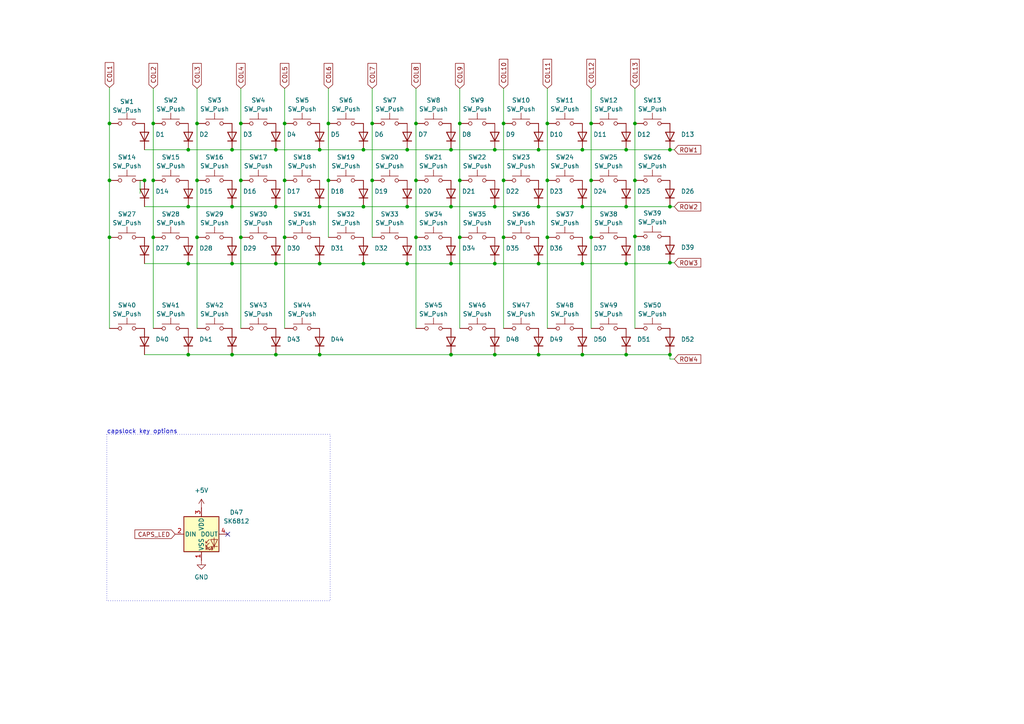
<source format=kicad_sch>
(kicad_sch (version 20231120) (generator "eeschema") (generator_version "8.0")
  (paper "A4")
  (title_block (title "Col-bully2040") (date "2023-06-23") (rev "0.1") (company "ihsinoky") (comment 1 "adding alps and layout options"))
  (lib_symbols
    (symbol "Diode:1N4148W" (pin_numbers hide) (pin_names hide)
      (property "Reference" "D" (at 0 2.54 0))
      (property "Value" "1N4148W" (at 0 -2.54 0))
      (symbol "1N4148W_0_1"
        (polyline (pts (xy -1.27 1.27) (xy -1.27 -1.27)) (stroke (width 0.254)))
        (polyline (pts (xy 1.27 0) (xy -1.27 0)))
        (polyline (pts (xy 1.27 1.27) (xy 1.27 -1.27) (xy -1.27 0) (xy 1.27 1.27)) (stroke (width 0.254)))
      )
      (symbol "1N4148W_1_1"
        (pin passive line (at -3.81 0 0) (length 2.54) (name "K") (number "1"))
        (pin passive line (at 3.81 0 180) (length 2.54) (name "A") (number "2"))
      )
    )
    (symbol "LED:SK6812" (pin_names (offset 0.254))
      (property "Reference" "D" (at 5.08 5.715 0))
      (property "Value" "SK6812" (at 1.27 -5.715 0))
      (symbol "SK6812_0_0"
        (text "RGB" (at 2.286 -4.191 0) (effects (font (size 0.762 0.762))))
      )
      (symbol "SK6812_0_1"
        (polyline (pts (xy 1.27 -3.556) (xy 1.778 -3.556)))
        (polyline (pts (xy 1.27 -2.54) (xy 1.778 -2.54)))
        (polyline (pts (xy 4.699 -3.556) (xy 2.667 -3.556)))
        (polyline (pts (xy 2.286 -2.54) (xy 1.27 -3.556) (xy 1.27 -3.048)))
        (polyline (pts (xy 2.286 -1.524) (xy 1.27 -2.54) (xy 1.27 -2.032)))
        (polyline (pts (xy 3.683 -1.016) (xy 3.683 -3.556) (xy 3.683 -4.064)))
        (polyline (pts (xy 4.699 -1.524) (xy 2.667 -1.524) (xy 3.683 -3.556) (xy 4.699 -1.524)))
        (rectangle (start 5.08 5.08) (end -5.08 -5.08) (stroke (width 0.254)) (fill (type background)))
      )
      (symbol "SK6812_1_1"
        (pin power_in line (at 0 -7.62 90) (length 2.54) (name "VSS") (number "1"))
        (pin input line (at -7.62 0 0) (length 2.54) (name "DIN") (number "2"))
        (pin power_in line (at 0 7.62 270) (length 2.54) (name "VDD") (number "3"))
        (pin output line (at 7.62 0 180) (length 2.54) (name "DOUT") (number "4"))
      )
    )
    (symbol "Switch:SW_Push" (pin_numbers hide) (pin_names (offset 1.016) hide)
      (property "Reference" "SW" (at 1.27 2.54 0))
      (property "Value" "SW_Push" (at 0 -1.524 0))
      (symbol "SW_Push_0_1"
        (circle (center -2.032 0) (radius 0.508))
        (polyline (pts (xy 0 1.27) (xy 0 3.048)))
        (polyline (pts (xy 2.54 1.27) (xy -2.54 1.27)))
        (circle (center 2.032 0) (radius 0.508))
        (pin passive line (at -5.08 0 0) (length 2.54) (name "1") (number "1"))
        (pin passive line (at 5.08 0 180) (length 2.54) (name "2") (number "2"))
      )
    )
    (symbol "power:+5V" (power) (pin_numbers hide) (pin_names (offset 0) hide)
      (property "Value" "+5V" (at 0 3.556 0))
      (symbol "+5V_0_1"
        (polyline (pts (xy -0.762 1.27) (xy 0 2.54)))
        (polyline (pts (xy 0 0) (xy 0 2.54)))
        (polyline (pts (xy 0 2.54) (xy 0.762 1.27)))
      )
      (symbol "+5V_1_1"
        (pin power_in line (at 0 0 90) (length 0) (name "~") (number "1"))
      )
    )
    (symbol "power:GND" (power) (pin_names (offset 0))
      (property "Value" "GND" (at 0 -3.81 0))
      (symbol "GND_0_1"
        (polyline (pts (xy 0 0) (xy 0 -1.27) (xy 1.27 -1.27) (xy 0 -2.54) (xy -1.27 -1.27) (xy 0 -1.27)))
      )
      (symbol "GND_1_1"
        (pin power_in line (at 0 0 270) (length 0) hide (name "GND") (number "1"))
      )
    )
  )
  (junction (at 92.71 76.454))
  (junction (at 118.11 59.944))
  (junction (at 184.15 52.324))
  (junction (at 69.85 68.834))
  (junction (at 194.31 43.434))
  (junction (at 120.65 35.814))
  (junction (at 133.35 52.324))
  (junction (at 168.91 59.944))
  (junction (at 31.75 35.814))
  (junction (at 184.15 35.814))
  (junction (at 133.35 68.834))
  (junction (at 168.91 102.87))
  (junction (at 143.51 43.434))
  (junction (at 194.31 102.87))
  (junction (at 31.75 52.324))
  (junction (at 44.45 52.324))
  (junction (at 44.45 68.834))
  (junction (at 80.01 43.434))
  (junction (at 146.05 68.834))
  (junction (at 143.51 76.454))
  (junction (at 107.95 35.814))
  (junction (at 194.31 59.944))
  (junction (at 120.65 52.324))
  (junction (at 41.91 52.324))
  (junction (at 92.71 102.87))
  (junction (at 67.31 43.434))
  (junction (at 54.61 76.454))
  (junction (at 80.01 102.87))
  (junction (at 92.71 43.434))
  (junction (at 67.31 59.944))
  (junction (at 168.91 76.454))
  (junction (at 156.21 76.454))
  (junction (at 181.61 59.944))
  (junction (at 95.25 52.324))
  (junction (at 82.55 68.834))
  (junction (at 105.41 59.944))
  (junction (at 143.51 102.87))
  (junction (at 171.45 52.324))
  (junction (at 92.71 59.944))
  (junction (at 80.01 59.944))
  (junction (at 57.15 68.834))
  (junction (at 168.91 43.434))
  (junction (at 57.15 35.814))
  (junction (at 57.15 52.324))
  (junction (at 156.21 43.434))
  (junction (at 194.31 76.2))
  (junction (at 95.25 35.814))
  (junction (at 105.41 43.434))
  (junction (at 171.45 68.834))
  (junction (at 54.61 43.434))
  (junction (at 69.85 52.324))
  (junction (at 130.81 102.87))
  (junction (at 67.31 76.454))
  (junction (at 171.45 35.814))
  (junction (at 118.11 76.454))
  (junction (at 54.61 102.87))
  (junction (at 156.21 59.944))
  (junction (at 67.31 102.87))
  (junction (at 143.51 59.944))
  (junction (at 82.55 52.324))
  (junction (at 181.61 76.454))
  (junction (at 82.55 35.814))
  (junction (at 181.61 102.87))
  (junction (at 158.75 35.814))
  (junction (at 107.95 52.324))
  (junction (at 184.15 68.58))
  (junction (at 69.85 35.814))
  (junction (at 105.41 76.454))
  (junction (at 158.75 52.324))
  (junction (at 44.45 35.814))
  (junction (at 130.81 59.944))
  (junction (at 181.61 43.434))
  (junction (at 158.75 68.834))
  (junction (at 146.05 35.814))
  (junction (at 156.21 102.87))
  (junction (at 31.75 68.834))
  (junction (at 54.61 59.944))
  (junction (at 118.11 43.434))
  (junction (at 146.05 52.324))
  (junction (at 133.35 35.814))
  (junction (at 120.65 68.834))
  (junction (at 130.81 43.434))
  (junction (at 80.01 76.454))
  (junction (at 130.81 76.454))
  (no_connect (at 66.04 154.94))
  (wire (pts (xy 156.21 59.944) (xy 168.91 59.944)))
  (wire (pts (xy 95.25 25.654) (xy 95.25 35.814)))
  (wire (pts (xy 95.25 52.324) (xy 95.25 68.834)))
  (wire (pts (xy 54.61 43.434) (xy 67.31 43.434)))
  (wire (pts (xy 31.75 52.324) (xy 31.75 68.834)))
  (wire (pts (xy 133.35 35.814) (xy 133.35 52.324)))
  (wire (pts (xy 156.21 43.434) (xy 168.91 43.434)))
  (wire (pts (xy 41.91 59.944) (xy 54.61 59.944)))
  (wire (pts (xy 156.21 76.454) (xy 168.91 76.454)))
  (wire (pts (xy 184.15 68.58) (xy 184.15 95.25)))
  (wire (pts (xy 80.01 59.944) (xy 92.71 59.944)))
  (wire (pts (xy 171.45 68.834) (xy 171.45 95.25)))
  (wire (pts (xy 194.31 76.2) (xy 194.31 76.454)))
  (wire (pts (xy 120.65 35.814) (xy 120.65 52.324)))
  (wire (pts (xy 40.64 52.324) (xy 41.91 52.324)))
  (wire (pts (xy 130.81 102.87) (xy 143.51 102.87)))
  (wire (pts (xy 120.65 25.654) (xy 120.65 35.814)))
  (wire (pts (xy 133.35 68.834) (xy 133.35 95.25)))
  (wire (pts (xy 146.05 52.324) (xy 146.05 68.834)))
  (wire (pts (xy 130.81 59.944) (xy 143.51 59.944)))
  (wire (pts (xy 181.61 43.434) (xy 194.31 43.434)))
  (wire (pts (xy 158.75 25.654) (xy 158.75 35.814)))
  (wire (pts (xy 158.75 52.324) (xy 158.75 68.834)))
  (wire (pts (xy 31.75 25.4) (xy 31.75 35.814)))
  (wire (pts (xy 143.51 102.87) (xy 156.21 102.87)))
  (wire (pts (xy 181.61 102.87) (xy 194.31 102.87)))
  (wire (pts (xy 146.05 68.834) (xy 146.05 95.25)))
  (wire (pts (xy 31.75 35.814) (xy 31.75 52.324)))
  (wire (pts (xy 171.45 35.814) (xy 171.45 52.324)))
  (wire (pts (xy 146.05 25.654) (xy 146.05 35.814)))
  (wire (pts (xy 105.41 43.434) (xy 118.11 43.434)))
  (wire (pts (xy 67.31 43.434) (xy 80.01 43.434)))
  (wire (pts (xy 143.51 59.944) (xy 156.21 59.944)))
  (wire (pts (xy 120.65 52.324) (xy 120.65 68.834)))
  (wire (pts (xy 69.85 35.814) (xy 69.85 52.324)))
  (wire (pts (xy 31.75 68.834) (xy 31.75 95.25)))
  (wire (pts (xy 69.85 68.834) (xy 69.85 95.25)))
  (wire (pts (xy 92.71 43.434) (xy 105.41 43.434)))
  (wire (pts (xy 57.15 25.654) (xy 57.15 35.814)))
  (wire (pts (xy 158.75 35.814) (xy 158.75 52.324)))
  (wire (pts (xy 143.51 76.454) (xy 156.21 76.454)))
  (wire (pts (xy 168.91 102.87) (xy 181.61 102.87)))
  (wire (pts (xy 107.95 35.814) (xy 107.95 52.324)))
  (wire (pts (xy 44.45 52.324) (xy 44.45 68.834)))
  (wire (pts (xy 194.31 76.2) (xy 195.58 76.2)))
  (wire (pts (xy 194.31 102.87) (xy 194.31 104.14)))
  (wire (pts (xy 158.75 68.834) (xy 158.75 95.25)))
  (wire (pts (xy 195.58 43.434) (xy 194.31 43.434)))
  (wire (pts (xy 118.11 43.434) (xy 130.81 43.434)))
  (wire (pts (xy 118.11 59.944) (xy 130.81 59.944)))
  (wire (pts (xy 171.45 25.654) (xy 171.45 35.814)))
  (wire (pts (xy 54.61 76.454) (xy 67.31 76.454)))
  (wire (pts (xy 118.11 76.454) (xy 130.81 76.454)))
  (wire (pts (xy 146.05 35.814) (xy 146.05 52.324)))
  (wire (pts (xy 67.31 102.87) (xy 80.01 102.87)))
  (wire (pts (xy 194.31 104.14) (xy 195.58 104.14)))
  (wire (pts (xy 54.61 102.87) (xy 67.31 102.87)))
  (wire (pts (xy 82.55 35.814) (xy 82.55 52.324)))
  (wire (pts (xy 57.15 52.324) (xy 57.15 68.834)))
  (wire (pts (xy 107.95 52.324) (xy 107.95 68.834)))
  (wire (pts (xy 130.81 76.454) (xy 143.51 76.454)))
  (wire (pts (xy 194.31 59.944) (xy 195.58 59.944)))
  (wire (pts (xy 41.91 43.434) (xy 54.61 43.434)))
  (wire (pts (xy 41.91 102.87) (xy 54.61 102.87)))
  (wire (pts (xy 184.15 25.654) (xy 184.15 35.814)))
  (wire (pts (xy 120.65 68.834) (xy 120.65 95.25)))
  (wire (pts (xy 130.81 43.434) (xy 143.51 43.434)))
  (wire (pts (xy 156.21 102.87) (xy 168.91 102.87)))
  (wire (pts (xy 57.15 68.834) (xy 57.15 95.25)))
  (wire (pts (xy 133.35 52.324) (xy 133.35 68.834)))
  (wire (pts (xy 67.31 76.454) (xy 80.01 76.454)))
  (wire (pts (xy 44.45 68.834) (xy 44.45 95.25)))
  (wire (pts (xy 80.01 76.454) (xy 92.71 76.454)))
  (wire (pts (xy 82.55 25.654) (xy 82.55 35.814)))
  (wire (pts (xy 82.55 68.834) (xy 82.55 95.25)))
  (wire (pts (xy 44.45 35.814) (xy 44.45 52.324)))
  (wire (pts (xy 80.01 102.87) (xy 92.71 102.87)))
  (wire (pts (xy 54.61 59.944) (xy 67.31 59.944)))
  (wire (pts (xy 184.15 52.324) (xy 184.15 68.58)))
  (wire (pts (xy 41.91 76.454) (xy 54.61 76.454)))
  (wire (pts (xy 67.31 59.944) (xy 80.01 59.944)))
  (wire (pts (xy 143.51 43.434) (xy 156.21 43.434)))
  (wire (pts (xy 168.91 43.434) (xy 181.61 43.434)))
  (wire (pts (xy 92.71 59.944) (xy 105.41 59.944)))
  (wire (pts (xy 133.35 25.654) (xy 133.35 35.814)))
  (wire (pts (xy 105.41 59.944) (xy 118.11 59.944)))
  (wire (pts (xy 105.41 76.454) (xy 118.11 76.454)))
  (wire (pts (xy 168.91 76.454) (xy 181.61 76.454)))
  (wire (pts (xy 80.01 43.434) (xy 92.71 43.434)))
  (wire (pts (xy 92.71 76.454) (xy 105.41 76.454)))
  (wire (pts (xy 40.64 56.134) (xy 40.64 52.324)))
  (wire (pts (xy 184.15 35.814) (xy 184.15 52.324)))
  (wire (pts (xy 95.25 35.814) (xy 95.25 52.324)))
  (wire (pts (xy 69.85 25.654) (xy 69.85 35.814)))
  (wire (pts (xy 107.95 25.654) (xy 107.95 35.814)))
  (wire (pts (xy 181.61 59.944) (xy 194.31 59.944)))
  (wire (pts (xy 44.45 25.654) (xy 44.45 35.814)))
  (wire (pts (xy 194.31 76.454) (xy 181.61 76.454)))
  (wire (pts (xy 69.85 52.324) (xy 69.85 68.834)))
  (wire (pts (xy 57.15 35.814) (xy 57.15 52.324)))
  (wire (pts (xy 92.71 102.87) (xy 130.81 102.87)))
  (wire (pts (xy 171.45 52.324) (xy 171.45 68.834)))
  (wire (pts (xy 82.55 52.324) (xy 82.55 68.834)))
  (wire (pts (xy 168.91 59.944) (xy 181.61 59.944)))
  (rectangle (start 30.988 125.984) (end 95.758 174.244) (stroke (width 0) (type dot)))
  (text "capslock key options" (at 30.988 125.984 0) (effects (font (size 1.27 1.27)) (justify left bottom)))
  (global_label "COL1" (shape input) (at 31.75 25.4 90) (property "Intersheetrefs" "${INTERSHEET_REFS}" (effects (hide yes))))
  (global_label "COL10" (shape input) (at 146.05 25.654 90) (property "Intersheetrefs" "${INTERSHEET_REFS}" (effects (hide yes))))
  (global_label "ROW1" (shape input) (at 195.58 43.434 0) (property "Intersheetrefs" "${INTERSHEET_REFS}" (effects (hide yes))))
  (global_label "COL6" (shape input) (at 95.25 25.654 90) (property "Intersheetrefs" "${INTERSHEET_REFS}" (effects (hide yes))))
  (global_label "ROW4" (shape input) (at 195.58 104.14 0) (property "Intersheetrefs" "${INTERSHEET_REFS}" (effects (hide yes))))
  (global_label "ROW2" (shape input) (at 195.58 59.944 0) (property "Intersheetrefs" "${INTERSHEET_REFS}" (effects (hide yes))))
  (global_label "COL5" (shape input) (at 82.55 25.654 90) (property "Intersheetrefs" "${INTERSHEET_REFS}" (effects (hide yes))))
  (global_label "CAPS_LED" (shape input) (at 50.8 154.94 180) (property "Intersheetrefs" "${INTERSHEET_REFS}" (effects (hide yes))))
  (global_label "COL8" (shape input) (at 120.65 25.654 90) (property "Intersheetrefs" "${INTERSHEET_REFS}" (effects (hide yes))))
  (global_label "COL9" (shape input) (at 133.35 25.654 90) (property "Intersheetrefs" "${INTERSHEET_REFS}" (effects (hide yes))))
  (global_label "COL7" (shape input) (at 107.95 25.654 90) (property "Intersheetrefs" "${INTERSHEET_REFS}" (effects (hide yes))))
  (global_label "COL4" (shape input) (at 69.85 25.654 90) (property "Intersheetrefs" "${INTERSHEET_REFS}" (effects (hide yes))))
  (global_label "COL12" (shape input) (at 171.45 25.654 90) (property "Intersheetrefs" "${INTERSHEET_REFS}" (effects (hide yes))))
  (global_label "COL11" (shape input) (at 158.75 25.654 90) (property "Intersheetrefs" "${INTERSHEET_REFS}" (effects (hide yes))))
  (global_label "COL13" (shape input) (at 184.15 25.654 90) (property "Intersheetrefs" "${INTERSHEET_REFS}" (effects (hide yes))))
  (global_label "ROW3" (shape input) (at 195.58 76.2 0) (property "Intersheetrefs" "${INTERSHEET_REFS}" (effects (hide yes))))
  (global_label "COL2" (shape input) (at 44.45 25.654 90) (property "Intersheetrefs" "${INTERSHEET_REFS}" (effects (hide yes))))
  (global_label "COL3" (shape input) (at 57.15 25.654 90) (property "Intersheetrefs" "${INTERSHEET_REFS}" (effects (hide yes))))
  (symbol (lib_id "Diode:1N4148W") (at 118.11 56.134 90) (unit 1)
    (property "Reference" "D20" (at 121.285 55.499 90) (effects (justify right)))
    (property "Value" "1N4148W" (effects (hide yes)))
    (property "Footprint" "Diode_SMD:D_SOD-123" (effects (hide yes)))
    (property "Datasheet" "https://www.vishay.com/docs/85748/1n4148w.pdf" (effects (hide yes)))
    (property "Sim.Device" "D" (effects (hide yes)))
    (property "Sim.Pins" "1=K 2=A" (effects (hide yes)))
    (property "LCSC" "C81598" (effects (hide yes)))
  )
  (symbol (lib_id "Diode:1N4148W") (at 41.91 99.06 90) (unit 1)
    (property "Reference" "D40" (at 45.085 98.425 90) (effects (justify right)))
    (property "Value" "1N4148W" (effects (hide yes)))
    (property "Footprint" "Diode_SMD:D_SOD-123" (effects (hide yes)))
    (property "Datasheet" "https://www.vishay.com/docs/85748/1n4148w.pdf" (effects (hide yes)))
    (property "Sim.Device" "D" (effects (hide yes)))
    (property "Sim.Pins" "1=K 2=A" (effects (hide yes)))
    (property "LCSC" "C81598" (effects (hide yes)))
  )
  (symbol (lib_id "Diode:1N4148W") (at 130.81 99.06 90) (unit 1)
    (property "Reference" "D45" (effects (hide yes)))
    (property "Value" "1N4148W" (effects (hide yes)))
    (property "Footprint" "Diode_SMD:D_SOD-123" (effects (hide yes)))
    (property "Datasheet" "https://www.vishay.com/docs/85748/1n4148w.pdf" (effects (hide yes)))
    (property "Sim.Device" "D" (effects (hide yes)))
    (property "Sim.Pins" "1=K 2=A" (effects (hide yes)))
    (property "LCSC" "C81598" (effects (hide yes)))
  )
  (symbol (lib_id "Diode:1N4148W") (at 80.01 72.644 90) (unit 1)
    (property "Reference" "D30" (at 83.185 72.009 90) (effects (justify right)))
    (property "Value" "1N4148W" (effects (hide yes)))
    (property "Footprint" "Diode_SMD:D_SOD-123" (effects (hide yes)))
    (property "Datasheet" "https://www.vishay.com/docs/85748/1n4148w.pdf" (effects (hide yes)))
    (property "Sim.Device" "D" (effects (hide yes)))
    (property "Sim.Pins" "1=K 2=A" (effects (hide yes)))
    (property "LCSC" "C81598" (effects (hide yes)))
  )
  (symbol (lib_id "Switch:SW_Push") (at 62.23 35.814 0) (unit 1)
    (property "Reference" "SW3" (at 62.23 29.083 0))
    (property "Value" "SW_Push" (at 62.23 31.623 0))
    (property "Footprint" "colbully:CherryMX_18mm_MidHeight_Choc_Hotswap_rev5" (effects (hide yes)))
  )
  (symbol (lib_id "Diode:1N4148W") (at 156.21 39.624 90) (unit 1)
    (property "Reference" "D10" (at 159.385 38.989 90) (effects (justify right)))
    (property "Value" "1N4148W" (effects (hide yes)))
    (property "Footprint" "Diode_SMD:D_SOD-123" (effects (hide yes)))
    (property "Datasheet" "https://www.vishay.com/docs/85748/1n4148w.pdf" (effects (hide yes)))
    (property "Sim.Device" "D" (effects (hide yes)))
    (property "Sim.Pins" "1=K 2=A" (effects (hide yes)))
    (property "LCSC" "C81598" (effects (hide yes)))
  )
  (symbol (lib_id "Switch:SW_Push") (at 138.43 95.25 0) (unit 1)
    (property "Reference" "SW46" (at 138.43 88.519 0))
    (property "Value" "SW_Push" (at 138.43 91.059 0))
    (property "Footprint" "colbully:CherryMX_18mm_MidHeight_Choc_Hotswap_rev5" (effects (hide yes)))
  )
  (symbol (lib_id "Switch:SW_Push") (at 151.13 68.834 0) (unit 1)
    (property "Reference" "SW36" (at 151.13 62.103 0))
    (property "Value" "SW_Push" (at 151.13 64.643 0))
    (property "Footprint" "colbully:CherryMX_18mm_MidHeight_Choc_Hotswap_rev5" (effects (hide yes)))
  )
  (symbol (lib_id "Diode:1N4148W") (at 181.61 56.134 90) (unit 1)
    (property "Reference" "D25" (at 184.785 55.499 90) (effects (justify right)))
    (property "Value" "1N4148W" (effects (hide yes)))
    (property "Footprint" "Diode_SMD:D_SOD-123" (effects (hide yes)))
    (property "Datasheet" "https://www.vishay.com/docs/85748/1n4148w.pdf" (effects (hide yes)))
    (property "Sim.Device" "D" (effects (hide yes)))
    (property "Sim.Pins" "1=K 2=A" (effects (hide yes)))
    (property "LCSC" "C81598" (effects (hide yes)))
  )
  (symbol (lib_id "Diode:1N4148W") (at 156.21 72.644 90) (unit 1)
    (property "Reference" "D36" (at 159.385 72.009 90) (effects (justify right)))
    (property "Value" "1N4148W" (effects (hide yes)))
    (property "Footprint" "Diode_SMD:D_SOD-123" (effects (hide yes)))
    (property "Datasheet" "https://www.vishay.com/docs/85748/1n4148w.pdf" (effects (hide yes)))
    (property "Sim.Device" "D" (effects (hide yes)))
    (property "Sim.Pins" "1=K 2=A" (effects (hide yes)))
    (property "LCSC" "C81598" (effects (hide yes)))
  )
  (symbol (lib_id "Diode:1N4148W") (at 54.61 99.06 90) (unit 1)
    (property "Reference" "D41" (at 57.785 98.425 90) (effects (justify right)))
    (property "Value" "1N4148W" (effects (hide yes)))
    (property "Footprint" "Diode_SMD:D_SOD-123" (effects (hide yes)))
    (property "Datasheet" "https://www.vishay.com/docs/85748/1n4148w.pdf" (effects (hide yes)))
    (property "Sim.Device" "D" (effects (hide yes)))
    (property "Sim.Pins" "1=K 2=A" (effects (hide yes)))
    (property "LCSC" "C81598" (effects (hide yes)))
  )
  (symbol (lib_id "Diode:1N4148W") (at 105.41 72.644 90) (unit 1)
    (property "Reference" "D32" (at 108.585 72.009 90) (effects (justify right)))
    (property "Value" "1N4148W" (effects (hide yes)))
    (property "Footprint" "Diode_SMD:D_SOD-123" (effects (hide yes)))
    (property "Datasheet" "https://www.vishay.com/docs/85748/1n4148w.pdf" (effects (hide yes)))
    (property "Sim.Device" "D" (effects (hide yes)))
    (property "Sim.Pins" "1=K 2=A" (effects (hide yes)))
    (property "LCSC" "C81598" (effects (hide yes)))
  )
  (symbol (lib_id "Switch:SW_Push") (at 163.83 68.834 0) (unit 1)
    (property "Reference" "SW37" (at 163.83 62.103 0))
    (property "Value" "SW_Push" (at 163.83 64.643 0))
    (property "Footprint" "colbully:CherryMX_18mm_MidHeight_Choc_Hotswap_rev5" (effects (hide yes)))
  )
  (symbol (lib_id "Diode:1N4148W") (at 156.21 99.06 90) (unit 1)
    (property "Reference" "D49" (at 159.385 98.425 90) (effects (justify right)))
    (property "Value" "1N4148W" (effects (hide yes)))
    (property "Footprint" "Diode_SMD:D_SOD-123" (effects (hide yes)))
    (property "Datasheet" "https://www.vishay.com/docs/85748/1n4148w.pdf" (effects (hide yes)))
    (property "Sim.Device" "D" (effects (hide yes)))
    (property "Sim.Pins" "1=K 2=A" (effects (hide yes)))
    (property "LCSC" "C81598" (effects (hide yes)))
  )
  (symbol (lib_id "Switch:SW_Push") (at 189.23 68.58 0) (unit 1)
    (property "Reference" "SW39" (at 189.23 61.849 0))
    (property "Value" "SW_Push" (at 189.23 64.389 0))
    (property "Footprint" "colbully:CherryMX_18mm_MidHeight_Choc_Hotswap_rev5" (effects (hide yes)))
  )
  (symbol (lib_id "Diode:1N4148W") (at 130.81 56.134 90) (unit 1)
    (property "Reference" "D21" (at 133.985 55.499 90) (effects (justify right)))
    (property "Value" "1N4148W" (effects (hide yes)))
    (property "Footprint" "Diode_SMD:D_SOD-123" (effects (hide yes)))
    (property "Datasheet" "https://www.vishay.com/docs/85748/1n4148w.pdf" (effects (hide yes)))
    (property "Sim.Device" "D" (effects (hide yes)))
    (property "Sim.Pins" "1=K 2=A" (effects (hide yes)))
    (property "LCSC" "C81598" (effects (hide yes)))
  )
  (symbol (lib_id "Switch:SW_Push") (at 36.83 35.814 0) (unit 1)
    (property "Reference" "SW1" (at 36.83 29.464 0))
    (property "Value" "SW_Push" (at 36.83 32.004 0))
    (property "Footprint" "colbully:CherryMX_18mm_MidHeight_Choc_Hotswap_rev5" (effects (hide yes)))
  )
  (symbol (lib_id "Switch:SW_Push") (at 49.53 95.25 0) (unit 1)
    (property "Reference" "SW41" (at 49.53 88.519 0))
    (property "Value" "SW_Push" (at 49.53 91.059 0))
    (property "Footprint" "colbully:CherryMX_18mm_MidHeight_Choc_Hotswap_rev5" (effects (hide yes)))
  )
  (symbol (lib_id "Diode:1N4148W") (at 67.31 99.06 90) (unit 1)
    (property "Reference" "D42" (effects (hide yes)))
    (property "Value" "1N4148W" (effects (hide yes)))
    (property "Footprint" "Diode_SMD:D_SOD-123" (effects (hide yes)))
    (property "Datasheet" "https://www.vishay.com/docs/85748/1n4148w.pdf" (effects (hide yes)))
    (property "Sim.Device" "D" (effects (hide yes)))
    (property "Sim.Pins" "1=K 2=A" (effects (hide yes)))
    (property "LCSC" "C81598" (effects (hide yes)))
  )
  (symbol (lib_id "Switch:SW_Push") (at 36.83 52.324 0) (unit 1)
    (property "Reference" "SW14" (at 36.83 45.593 0))
    (property "Value" "SW_Push" (at 36.83 48.133 0))
    (property "Footprint" "colbully:CherryMX_18mm_MidHeight_Choc_Hotswap_rev5" (effects (hide yes)))
  )
  (symbol (lib_id "Switch:SW_Push") (at 74.93 68.834 0) (unit 1)
    (property "Reference" "SW30" (at 74.93 62.103 0))
    (property "Value" "SW_Push" (at 74.93 64.643 0))
    (property "Footprint" "colbully:CherryMX_18mm_MidHeight_Choc_Hotswap_rev5" (effects (hide yes)))
  )
  (symbol (lib_id "Diode:1N4148W") (at 41.91 56.134 90) (unit 1)
    (property "Reference" "D14" (at 45.085 55.499 90) (effects (justify right)))
    (property "Value" "1N4148W" (effects (hide yes)))
    (property "Footprint" "Diode_SMD:D_SOD-123" (effects (hide yes)))
    (property "Datasheet" "https://www.vishay.com/docs/85748/1n4148w.pdf" (effects (hide yes)))
    (property "Sim.Device" "D" (effects (hide yes)))
    (property "Sim.Pins" "1=K 2=A" (effects (hide yes)))
    (property "LCSC" "C81598" (effects (hide yes)))
  )
  (symbol (lib_id "Switch:SW_Push") (at 100.33 35.814 0) (unit 1)
    (property "Reference" "SW6" (at 100.33 29.083 0))
    (property "Value" "SW_Push" (at 100.33 31.623 0))
    (property "Footprint" "colbully:CherryMX_18mm_MidHeight_Choc_Hotswap_rev5" (effects (hide yes)))
  )
  (symbol (lib_id "Diode:1N4148W") (at 92.71 56.134 90) (unit 1)
    (property "Reference" "D18" (at 95.885 55.499 90) (effects (justify right)))
    (property "Value" "1N4148W" (effects (hide yes)))
    (property "Footprint" "Diode_SMD:D_SOD-123" (effects (hide yes)))
    (property "Datasheet" "https://www.vishay.com/docs/85748/1n4148w.pdf" (effects (hide yes)))
    (property "Sim.Device" "D" (effects (hide yes)))
    (property "Sim.Pins" "1=K 2=A" (effects (hide yes)))
    (property "LCSC" "C81598" (effects (hide yes)))
  )
  (symbol (lib_id "Switch:SW_Push") (at 176.53 52.324 0) (unit 1)
    (property "Reference" "SW25" (at 176.53 45.593 0))
    (property "Value" "SW_Push" (at 176.53 48.133 0))
    (property "Footprint" "colbully:CherryMX_18mm_MidHeight_Choc_Hotswap_rev5" (effects (hide yes)))
  )
  (symbol (lib_id "Switch:SW_Push") (at 62.23 95.25 0) (unit 1)
    (property "Reference" "SW42" (at 62.23 88.519 0))
    (property "Value" "SW_Push" (at 62.23 91.059 0))
    (property "Footprint" "colbully:CherryMX_18mm_MidHeight_Choc_Hotswap_rev5" (effects (hide yes)))
  )
  (symbol (lib_id "Switch:SW_Push") (at 49.53 52.324 0) (unit 1)
    (property "Reference" "SW15" (at 49.53 45.593 0))
    (property "Value" "SW_Push" (at 49.53 48.133 0))
    (property "Footprint" "colbully:CherryMX_18mm_MidHeight_Choc_Hotswap_rev5" (effects (hide yes)))
  )
  (symbol (lib_id "Switch:SW_Push") (at 113.03 52.324 0) (unit 1)
    (property "Reference" "SW20" (at 113.03 45.593 0))
    (property "Value" "SW_Push" (at 113.03 48.133 0))
    (property "Footprint" "colbully:CherryMX_18mm_MidHeight_Choc_Hotswap_rev5" (effects (hide yes)))
  )
  (symbol (lib_id "Diode:1N4148W") (at 194.31 99.06 90) (unit 1)
    (property "Reference" "D52" (at 197.485 98.425 90) (effects (justify right)))
    (property "Value" "1N4148W" (effects (hide yes)))
    (property "Footprint" "Diode_SMD:D_SOD-123" (effects (hide yes)))
    (property "Datasheet" "https://www.vishay.com/docs/85748/1n4148w.pdf" (effects (hide yes)))
    (property "Sim.Device" "D" (effects (hide yes)))
    (property "Sim.Pins" "1=K 2=A" (effects (hide yes)))
    (property "LCSC" "C81598" (effects (hide yes)))
  )
  (symbol (lib_id "Diode:1N4148W") (at 168.91 72.644 90) (unit 1)
    (property "Reference" "D37" (at 172.085 72.009 90) (effects (justify right)))
    (property "Value" "1N4148W" (effects (hide yes)))
    (property "Footprint" "Diode_SMD:D_SOD-123" (effects (hide yes)))
    (property "Datasheet" "https://www.vishay.com/docs/85748/1n4148w.pdf" (effects (hide yes)))
    (property "Sim.Device" "D" (effects (hide yes)))
    (property "Sim.Pins" "1=K 2=A" (effects (hide yes)))
    (property "LCSC" "C81598" (effects (hide yes)))
  )
  (symbol (lib_id "Diode:1N4148W") (at 130.81 72.644 90) (unit 1)
    (property "Reference" "D34" (at 133.985 72.009 90) (effects (justify right)))
    (property "Value" "1N4148W" (effects (hide yes)))
    (property "Footprint" "Diode_SMD:D_SOD-123" (effects (hide yes)))
    (property "Datasheet" "https://www.vishay.com/docs/85748/1n4148w.pdf" (effects (hide yes)))
    (property "Sim.Device" "D" (effects (hide yes)))
    (property "Sim.Pins" "1=K 2=A" (effects (hide yes)))
    (property "LCSC" "C81598" (effects (hide yes)))
  )
  (symbol (lib_id "Diode:1N4148W") (at 194.31 56.134 90) (unit 1)
    (property "Reference" "D26" (at 197.485 55.499 90) (effects (justify right)))
    (property "Value" "1N4148W" (effects (hide yes)))
    (property "Footprint" "Diode_SMD:D_SOD-123" (effects (hide yes)))
    (property "Datasheet" "https://www.vishay.com/docs/85748/1n4148w.pdf" (effects (hide yes)))
    (property "Sim.Device" "D" (effects (hide yes)))
    (property "Sim.Pins" "1=K 2=A" (effects (hide yes)))
    (property "LCSC" "C81598" (effects (hide yes)))
  )
  (symbol (lib_id "Diode:1N4148W") (at 156.21 56.134 90) (unit 1)
    (property "Reference" "D23" (at 159.385 55.499 90) (effects (justify right)))
    (property "Value" "1N4148W" (effects (hide yes)))
    (property "Footprint" "Diode_SMD:D_SOD-123" (effects (hide yes)))
    (property "Datasheet" "https://www.vishay.com/docs/85748/1n4148w.pdf" (effects (hide yes)))
    (property "Sim.Device" "D" (effects (hide yes)))
    (property "Sim.Pins" "1=K 2=A" (effects (hide yes)))
    (property "LCSC" "C81598" (effects (hide yes)))
  )
  (symbol (lib_id "Switch:SW_Push") (at 74.93 95.25 0) (unit 1)
    (property "Reference" "SW43" (at 74.93 88.519 0))
    (property "Value" "SW_Push" (at 74.93 91.059 0))
    (property "Footprint" "colbully:CherryMX_18mm_MidHeight_Choc_Hotswap_rev5" (effects (hide yes)))
  )
  (symbol (lib_id "Diode:1N4148W") (at 92.71 99.06 90) (unit 1)
    (property "Reference" "D44" (at 95.885 98.425 90) (effects (justify right)))
    (property "Value" "1N4148W" (effects (hide yes)))
    (property "Footprint" "Diode_SMD:D_SOD-123" (effects (hide yes)))
    (property "Datasheet" "https://www.vishay.com/docs/85748/1n4148w.pdf" (effects (hide yes)))
    (property "Sim.Device" "D" (effects (hide yes)))
    (property "Sim.Pins" "1=K 2=A" (effects (hide yes)))
    (property "LCSC" "C81598" (effects (hide yes)))
  )
  (symbol (lib_id "Diode:1N4148W") (at 80.01 39.624 90) (unit 1)
    (property "Reference" "D4" (at 83.185 38.989 90) (effects (justify right)))
    (property "Value" "1N4148W" (effects (hide yes)))
    (property "Footprint" "Diode_SMD:D_SOD-123" (effects (hide yes)))
    (property "Datasheet" "https://www.vishay.com/docs/85748/1n4148w.pdf" (effects (hide yes)))
    (property "Sim.Device" "D" (effects (hide yes)))
    (property "Sim.Pins" "1=K 2=A" (effects (hide yes)))
    (property "LCSC" "C81598" (effects (hide yes)))
  )
  (symbol (lib_id "Diode:1N4148W") (at 67.31 39.624 90) (unit 1)
    (property "Reference" "D3" (at 70.485 38.989 90) (effects (justify right)))
    (property "Value" "1N4148W" (effects (hide yes)))
    (property "Footprint" "Diode_SMD:D_SOD-123" (effects (hide yes)))
    (property "Datasheet" "https://www.vishay.com/docs/85748/1n4148w.pdf" (effects (hide yes)))
    (property "Sim.Device" "D" (effects (hide yes)))
    (property "Sim.Pins" "1=K 2=A" (effects (hide yes)))
    (property "LCSC" "C81598" (effects (hide yes)))
  )
  (symbol (lib_id "Switch:SW_Push") (at 100.33 52.324 0) (unit 1)
    (property "Reference" "SW19" (at 100.33 45.593 0))
    (property "Value" "SW_Push" (at 100.33 48.133 0))
    (property "Footprint" "colbully:CherryMX_18mm_MidHeight_Choc_Hotswap_rev5" (effects (hide yes)))
  )
  (symbol (lib_id "Diode:1N4148W") (at 168.91 39.624 90) (unit 1)
    (property "Reference" "D11" (at 172.085 38.989 90) (effects (justify right)))
    (property "Value" "1N4148W" (effects (hide yes)))
    (property "Footprint" "Diode_SMD:D_SOD-123" (effects (hide yes)))
    (property "Datasheet" "https://www.vishay.com/docs/85748/1n4148w.pdf" (effects (hide yes)))
    (property "Sim.Device" "D" (effects (hide yes)))
    (property "Sim.Pins" "1=K 2=A" (effects (hide yes)))
    (property "LCSC" "C81598" (effects (hide yes)))
  )
  (symbol (lib_id "Diode:1N4148W") (at 143.51 56.134 90) (unit 1)
    (property "Reference" "D22" (at 146.685 55.499 90) (effects (justify right)))
    (property "Value" "1N4148W" (effects (hide yes)))
    (property "Footprint" "Diode_SMD:D_SOD-123" (effects (hide yes)))
    (property "Datasheet" "https://www.vishay.com/docs/85748/1n4148w.pdf" (effects (hide yes)))
    (property "Sim.Device" "D" (effects (hide yes)))
    (property "Sim.Pins" "1=K 2=A" (effects (hide yes)))
    (property "LCSC" "C81598" (effects (hide yes)))
  )
  (symbol (lib_id "Diode:1N4148W") (at 168.91 99.06 90) (unit 1)
    (property "Reference" "D50" (at 172.085 98.425 90) (effects (justify right)))
    (property "Value" "1N4148W" (effects (hide yes)))
    (property "Footprint" "Diode_SMD:D_SOD-123" (effects (hide yes)))
    (property "Datasheet" "https://www.vishay.com/docs/85748/1n4148w.pdf" (effects (hide yes)))
    (property "Sim.Device" "D" (effects (hide yes)))
    (property "Sim.Pins" "1=K 2=A" (effects (hide yes)))
    (property "LCSC" "C81598" (effects (hide yes)))
  )
  (symbol (lib_id "Diode:1N4148W") (at 181.61 39.624 90) (unit 1)
    (property "Reference" "D12" (at 184.785 38.989 90) (effects (justify right)))
    (property "Value" "1N4148W" (effects (hide yes)))
    (property "Footprint" "Diode_SMD:D_SOD-123" (effects (hide yes)))
    (property "Datasheet" "https://www.vishay.com/docs/85748/1n4148w.pdf" (effects (hide yes)))
    (property "Sim.Device" "D" (effects (hide yes)))
    (property "Sim.Pins" "1=K 2=A" (effects (hide yes)))
    (property "LCSC" "C81598" (effects (hide yes)))
  )
  (symbol (lib_id "Diode:1N4148W") (at 54.61 72.644 90) (unit 1)
    (property "Reference" "D28" (at 57.785 72.009 90) (effects (justify right)))
    (property "Value" "1N4148W" (effects (hide yes)))
    (property "Footprint" "Diode_SMD:D_SOD-123" (effects (hide yes)))
    (property "Datasheet" "https://www.vishay.com/docs/85748/1n4148w.pdf" (effects (hide yes)))
    (property "Sim.Device" "D" (effects (hide yes)))
    (property "Sim.Pins" "1=K 2=A" (effects (hide yes)))
    (property "LCSC" "C81598" (effects (hide yes)))
  )
  (symbol (lib_id "Diode:1N4148W") (at 41.91 72.644 90) (unit 1)
    (property "Reference" "D27" (at 45.085 72.009 90) (effects (justify right)))
    (property "Value" "1N4148W" (effects (hide yes)))
    (property "Footprint" "Diode_SMD:D_SOD-123" (effects (hide yes)))
    (property "Datasheet" "https://www.vishay.com/docs/85748/1n4148w.pdf" (effects (hide yes)))
    (property "Sim.Device" "D" (effects (hide yes)))
    (property "Sim.Pins" "1=K 2=A" (effects (hide yes)))
    (property "LCSC" "C81598" (effects (hide yes)))
  )
  (symbol (lib_id "Switch:SW_Push") (at 87.63 68.834 0) (unit 1)
    (property "Reference" "SW31" (at 87.63 62.103 0))
    (property "Value" "SW_Push" (at 87.63 64.643 0))
    (property "Footprint" "colbully:CherryMX_18mm_MidHeight_Choc_Hotswap_rev5" (effects (hide yes)))
  )
  (symbol (lib_id "Switch:SW_Push") (at 74.93 35.814 0) (unit 1)
    (property "Reference" "SW4" (at 74.93 29.083 0))
    (property "Value" "SW_Push" (at 74.93 31.623 0))
    (property "Footprint" "colbully:CherryMX_18mm_MidHeight_Choc_Hotswap_rev5" (effects (hide yes)))
  )
  (symbol (lib_id "Switch:SW_Push") (at 62.23 68.834 0) (unit 1)
    (property "Reference" "SW29" (at 62.23 62.103 0))
    (property "Value" "SW_Push" (at 62.23 64.643 0))
    (property "Footprint" "colbully:CherryMX_18mm_MidHeight_Choc_Hotswap_rev5" (effects (hide yes)))
  )
  (symbol (lib_id "Switch:SW_Push") (at 125.73 68.834 0) (unit 1)
    (property "Reference" "SW34" (at 125.73 62.103 0))
    (property "Value" "SW_Push" (at 125.73 64.643 0))
    (property "Footprint" "colbully:CherryMX_18mm_MidHeight_Choc_Hotswap_rev5" (effects (hide yes)))
  )
  (symbol (lib_id "Diode:1N4148W") (at 54.61 39.624 90) (unit 1)
    (property "Reference" "D2" (at 57.785 38.989 90) (effects (justify right)))
    (property "Value" "1N4148W" (effects (hide yes)))
    (property "Footprint" "Diode_SMD:D_SOD-123" (effects (hide yes)))
    (property "Datasheet" "https://www.vishay.com/docs/85748/1n4148w.pdf" (effects (hide yes)))
    (property "Sim.Device" "D" (effects (hide yes)))
    (property "Sim.Pins" "1=K 2=A" (effects (hide yes)))
    (property "LCSC" "C81598" (effects (hide yes)))
  )
  (symbol (lib_id "Switch:SW_Push") (at 113.03 35.814 0) (unit 1)
    (property "Reference" "SW7" (at 113.03 29.083 0))
    (property "Value" "SW_Push" (at 113.03 31.623 0))
    (property "Footprint" "colbully:CherryMX_18mm_MidHeight_Choc_Hotswap_rev5" (effects (hide yes)))
  )
  (symbol (lib_id "Diode:1N4148W") (at 80.01 99.06 90) (unit 1)
    (property "Reference" "D43" (at 83.185 98.425 90) (effects (justify right)))
    (property "Value" "1N4148W" (effects (hide yes)))
    (property "Footprint" "Diode_SMD:D_SOD-123" (effects (hide yes)))
    (property "Datasheet" "https://www.vishay.com/docs/85748/1n4148w.pdf" (effects (hide yes)))
    (property "Sim.Device" "D" (effects (hide yes)))
    (property "Sim.Pins" "1=K 2=A" (effects (hide yes)))
    (property "LCSC" "C81598" (effects (hide yes)))
  )
  (symbol (lib_id "Switch:SW_Push") (at 163.83 35.814 0) (unit 1)
    (property "Reference" "SW11" (at 163.83 29.083 0))
    (property "Value" "SW_Push" (at 163.83 31.623 0))
    (property "Footprint" "colbully:CherryMX_18mm_MidHeight_Choc_Hotswap_rev5" (effects (hide yes)))
  )
  (symbol (lib_id "Diode:1N4148W") (at 143.51 99.06 90) (unit 1)
    (property "Reference" "D48" (at 146.685 98.425 90) (effects (justify right)))
    (property "Value" "1N4148W" (effects (hide yes)))
    (property "Footprint" "Diode_SMD:D_SOD-123" (effects (hide yes)))
    (property "Datasheet" "https://www.vishay.com/docs/85748/1n4148w.pdf" (effects (hide yes)))
    (property "Sim.Device" "D" (effects (hide yes)))
    (property "Sim.Pins" "1=K 2=A" (effects (hide yes)))
    (property "LCSC" "C81598" (effects (hide yes)))
  )
  (symbol (lib_id "Switch:SW_Push") (at 49.53 35.814 0) (unit 1)
    (property "Reference" "SW2" (at 49.53 29.083 0))
    (property "Value" "SW_Push" (at 49.53 31.623 0))
    (property "Footprint" "colbully:CherryMX_18mm_MidHeight_Choc_Hotswap_rev5" (effects (hide yes)))
  )
  (symbol (lib_id "Diode:1N4148W") (at 181.61 99.06 90) (unit 1)
    (property "Reference" "D51" (at 184.785 98.425 90) (effects (justify right)))
    (property "Value" "1N4148W" (effects (hide yes)))
    (property "Footprint" "Diode_SMD:D_SOD-123" (effects (hide yes)))
    (property "Datasheet" "https://www.vishay.com/docs/85748/1n4148w.pdf" (effects (hide yes)))
    (property "Sim.Device" "D" (effects (hide yes)))
    (property "Sim.Pins" "1=K 2=A" (effects (hide yes)))
    (property "LCSC" "C81598" (effects (hide yes)))
  )
  (symbol (lib_id "Diode:1N4148W") (at 194.31 39.624 90) (unit 1)
    (property "Reference" "D13" (at 197.485 38.989 90) (effects (justify right)))
    (property "Value" "1N4148W" (effects (hide yes)))
    (property "Footprint" "Diode_SMD:D_SOD-123" (effects (hide yes)))
    (property "Datasheet" "https://www.vishay.com/docs/85748/1n4148w.pdf" (effects (hide yes)))
    (property "Sim.Device" "D" (effects (hide yes)))
    (property "Sim.Pins" "1=K 2=A" (effects (hide yes)))
    (property "LCSC" "C81598" (effects (hide yes)))
  )
  (symbol (lib_id "Switch:SW_Push") (at 163.83 52.324 0) (unit 1)
    (property "Reference" "SW24" (at 163.83 45.593 0))
    (property "Value" "SW_Push" (at 163.83 48.133 0))
    (property "Footprint" "colbully:CherryMX_18mm_MidHeight_Choc_Hotswap_rev5" (effects (hide yes)))
  )
  (symbol (lib_id "Switch:SW_Push") (at 87.63 95.25 0) (unit 1)
    (property "Reference" "SW44" (at 87.63 88.519 0))
    (property "Value" "SW_Push" (at 87.63 91.059 0))
    (property "Footprint" "colbully:CherryMX_18mm_MidHeight_Choc_Hotswap_rev5" (effects (hide yes)))
  )
  (symbol (lib_id "Diode:1N4148W") (at 194.31 72.39 90) (unit 1)
    (property "Reference" "D39" (at 197.485 71.755 90) (effects (justify right)))
    (property "Value" "1N4148W" (effects (hide yes)))
    (property "Footprint" "Diode_SMD:D_SOD-123" (effects (hide yes)))
    (property "Datasheet" "https://www.vishay.com/docs/85748/1n4148w.pdf" (effects (hide yes)))
    (property "Sim.Device" "D" (effects (hide yes)))
    (property "Sim.Pins" "1=K 2=A" (effects (hide yes)))
    (property "LCSC" "C81598" (effects (hide yes)))
  )
  (symbol (lib_id "Switch:SW_Push") (at 36.83 95.25 0) (unit 1)
    (property "Reference" "SW40" (at 36.83 88.519 0))
    (property "Value" "SW_Push" (at 36.83 91.059 0))
    (property "Footprint" "colbully:CherryMX_18mm_MidHeight_Choc_Hotswap_rev5" (effects (hide yes)))
  )
  (symbol (lib_id "Diode:1N4148W") (at 168.91 56.134 90) (unit 1)
    (property "Reference" "D24" (at 172.085 55.499 90) (effects (justify right)))
    (property "Value" "1N4148W" (effects (hide yes)))
    (property "Footprint" "Diode_SMD:D_SOD-123" (effects (hide yes)))
    (property "Datasheet" "https://www.vishay.com/docs/85748/1n4148w.pdf" (effects (hide yes)))
    (property "Sim.Device" "D" (effects (hide yes)))
    (property "Sim.Pins" "1=K 2=A" (effects (hide yes)))
    (property "LCSC" "C81598" (effects (hide yes)))
  )
  (symbol (lib_id "Switch:SW_Push") (at 151.13 52.324 0) (unit 1)
    (property "Reference" "SW23" (at 151.13 45.593 0))
    (property "Value" "SW_Push" (at 151.13 48.133 0))
    (property "Footprint" "colbully:CherryMX_18mm_MidHeight_Choc_Hotswap_rev5" (effects (hide yes)))
  )
  (symbol (lib_id "Switch:SW_Push") (at 87.63 52.324 0) (unit 1)
    (property "Reference" "SW18" (at 87.63 45.593 0))
    (property "Value" "SW_Push" (at 87.63 48.133 0))
    (property "Footprint" "colbully:CherryMX_18mm_MidHeight_Choc_Hotswap_rev5" (effects (hide yes)))
  )
  (symbol (lib_id "Diode:1N4148W") (at 118.11 39.624 90) (unit 1)
    (property "Reference" "D7" (at 121.285 38.989 90) (effects (justify right)))
    (property "Value" "1N4148W" (effects (hide yes)))
    (property "Footprint" "Diode_SMD:D_SOD-123" (effects (hide yes)))
    (property "Datasheet" "https://www.vishay.com/docs/85748/1n4148w.pdf" (effects (hide yes)))
    (property "Sim.Device" "D" (effects (hide yes)))
    (property "Sim.Pins" "1=K 2=A" (effects (hide yes)))
    (property "LCSC" "C81598" (effects (hide yes)))
  )
  (symbol (lib_id "Switch:SW_Push") (at 125.73 35.814 0) (unit 1)
    (property "Reference" "SW8" (at 125.73 29.083 0))
    (property "Value" "SW_Push" (at 125.73 31.623 0))
    (property "Footprint" "colbully:CherryMX_18mm_MidHeight_Choc_Hotswap_rev5" (effects (hide yes)))
  )
  (symbol (lib_id "Diode:1N4148W") (at 181.61 72.644 90) (unit 1)
    (property "Reference" "D38" (at 184.785 72.009 90) (effects (justify right)))
    (property "Value" "1N4148W" (effects (hide yes)))
    (property "Footprint" "Diode_SMD:D_SOD-123" (effects (hide yes)))
    (property "Datasheet" "https://www.vishay.com/docs/85748/1n4148w.pdf" (effects (hide yes)))
    (property "Sim.Device" "D" (effects (hide yes)))
    (property "Sim.Pins" "1=K 2=A" (effects (hide yes)))
    (property "LCSC" "C81598" (effects (hide yes)))
  )
  (symbol (lib_id "Diode:1N4148W") (at 92.71 72.644 90) (unit 1)
    (property "Reference" "D31" (at 95.885 72.009 90) (effects (justify right)))
    (property "Value" "1N4148W" (effects (hide yes)))
    (property "Footprint" "Diode_SMD:D_SOD-123" (effects (hide yes)))
    (property "Datasheet" "https://www.vishay.com/docs/85748/1n4148w.pdf" (effects (hide yes)))
    (property "Sim.Device" "D" (effects (hide yes)))
    (property "Sim.Pins" "1=K 2=A" (effects (hide yes)))
    (property "LCSC" "C81598" (effects (hide yes)))
  )
  (symbol (lib_id "Switch:SW_Push") (at 176.53 68.834 0) (unit 1)
    (property "Reference" "SW38" (at 176.53 62.103 0))
    (property "Value" "SW_Push" (at 176.53 64.643 0))
    (property "Footprint" "colbully:CherryMX_18mm_MidHeight_Choc_Hotswap_rev5" (effects (hide yes)))
  )
  (symbol (lib_id "Switch:SW_Push") (at 138.43 52.324 0) (unit 1)
    (property "Reference" "SW22" (at 138.43 45.593 0))
    (property "Value" "SW_Push" (at 138.43 48.133 0))
    (property "Footprint" "colbully:CherryMX_18mm_MidHeight_Choc_Hotswap_rev5" (effects (hide yes)))
  )
  (symbol (lib_id "Switch:SW_Push") (at 113.03 68.834 0) (unit 1)
    (property "Reference" "SW33" (at 113.03 62.103 0))
    (property "Value" "SW_Push" (at 113.03 64.643 0))
    (property "Footprint" "colbully:CherryMX_18mm_MidHeight_Choc_Hotswap_rev5" (effects (hide yes)))
  )
  (symbol (lib_id "Switch:SW_Push") (at 176.53 35.814 0) (unit 1)
    (property "Reference" "SW12" (at 176.53 29.083 0))
    (property "Value" "SW_Push" (at 176.53 31.623 0))
    (property "Footprint" "colbully:CherryMX_18mm_MidHeight_Choc_Hotswap_rev5" (effects (hide yes)))
  )
  (symbol (lib_id "Diode:1N4148W") (at 118.11 72.644 90) (unit 1)
    (property "Reference" "D33" (at 121.285 72.009 90) (effects (justify right)))
    (property "Value" "1N4148W" (effects (hide yes)))
    (property "Footprint" "Diode_SMD:D_SOD-123" (effects (hide yes)))
    (property "Datasheet" "https://www.vishay.com/docs/85748/1n4148w.pdf" (effects (hide yes)))
    (property "Sim.Device" "D" (effects (hide yes)))
    (property "Sim.Pins" "1=K 2=A" (effects (hide yes)))
    (property "LCSC" "C81598" (effects (hide yes)))
  )
  (symbol (lib_id "Switch:SW_Push") (at 163.83 95.25 0) (unit 1)
    (property "Reference" "SW48" (at 163.83 88.519 0))
    (property "Value" "SW_Push" (at 163.83 91.059 0))
    (property "Footprint" "colbully:CherryMX_18mm_MidHeight_Choc_Hotswap_rev5" (effects (hide yes)))
  )
  (symbol (lib_id "power:GND") (at 58.42 162.56 0) (unit 1)
    (property "Reference" "#PWR010" (effects (hide yes)))
    (property "Value" "GND" (at 58.42 167.386 0))
  )
  (symbol (lib_id "Switch:SW_Push") (at 87.63 35.814 0) (unit 1)
    (property "Reference" "SW5" (at 87.63 29.083 0))
    (property "Value" "SW_Push" (at 87.63 31.623 0))
    (property "Footprint" "colbully:CherryMX_18mm_MidHeight_Choc_Hotswap_rev5" (effects (hide yes)))
  )
  (symbol (lib_id "power:+5V") (at 58.42 147.32 0) (unit 1)
    (property "Reference" "#PWR014" (effects (hide yes)))
    (property "Value" "+5V" (at 58.42 142.24 0))
    (property "Description" "Power symbol creates a global label with name \"+5V\"" (effects (hide yes)))
  )
  (symbol (lib_id "Switch:SW_Push") (at 138.43 35.814 0) (unit 1)
    (property "Reference" "SW9" (at 138.43 29.083 0))
    (property "Value" "SW_Push" (at 138.43 31.623 0))
    (property "Footprint" "colbully:CherryMX_18mm_MidHeight_Choc_Hotswap_rev5" (effects (hide yes)))
  )
  (symbol (lib_id "Switch:SW_Push") (at 189.23 52.324 0) (unit 1)
    (property "Reference" "SW26" (at 189.23 45.593 0))
    (property "Value" "SW_Push" (at 189.23 48.133 0))
    (property "Footprint" "colbully:CherryMX_18mm_MidHeight_Choc_Hotswap_rev5" (effects (hide yes)))
  )
  (symbol (lib_id "Diode:1N4148W") (at 67.31 56.134 90) (unit 1)
    (property "Reference" "D16" (at 70.485 55.499 90) (effects (justify right)))
    (property "Value" "1N4148W" (effects (hide yes)))
    (property "Footprint" "Diode_SMD:D_SOD-123" (effects (hide yes)))
    (property "Datasheet" "https://www.vishay.com/docs/85748/1n4148w.pdf" (effects (hide yes)))
    (property "Sim.Device" "D" (effects (hide yes)))
    (property "Sim.Pins" "1=K 2=A" (effects (hide yes)))
    (property "LCSC" "C81598" (effects (hide yes)))
  )
  (symbol (lib_id "Diode:1N4148W") (at 130.81 39.624 90) (unit 1)
    (property "Reference" "D8" (at 133.985 38.989 90) (effects (justify right)))
    (property "Value" "1N4148W" (effects (hide yes)))
    (property "Footprint" "Diode_SMD:D_SOD-123" (effects (hide yes)))
    (property "Datasheet" "https://www.vishay.com/docs/85748/1n4148w.pdf" (effects (hide yes)))
    (property "Sim.Device" "D" (effects (hide yes)))
    (property "Sim.Pins" "1=K 2=A" (effects (hide yes)))
    (property "LCSC" "C81598" (effects (hide yes)))
  )
  (symbol (lib_id "Diode:1N4148W") (at 92.71 39.624 90) (unit 1)
    (property "Reference" "D5" (at 95.885 38.989 90) (effects (justify right)))
    (property "Value" "1N4148W" (effects (hide yes)))
    (property "Footprint" "Diode_SMD:D_SOD-123" (effects (hide yes)))
    (property "Datasheet" "https://www.vishay.com/docs/85748/1n4148w.pdf" (effects (hide yes)))
    (property "Sim.Device" "D" (effects (hide yes)))
    (property "Sim.Pins" "1=K 2=A" (effects (hide yes)))
    (property "LCSC" "C81598" (effects (hide yes)))
  )
  (symbol (lib_id "Switch:SW_Push") (at 125.73 52.324 0) (unit 1)
    (property "Reference" "SW21" (at 125.73 45.593 0))
    (property "Value" "SW_Push" (at 125.73 48.133 0))
    (property "Footprint" "colbully:CherryMX_18mm_MidHeight_Choc_Hotswap_rev5" (effects (hide yes)))
  )
  (symbol (lib_id "Switch:SW_Push") (at 49.53 68.834 0) (unit 1)
    (property "Reference" "SW28" (at 49.53 62.103 0))
    (property "Value" "SW_Push" (at 49.53 64.643 0))
    (property "Footprint" "colbully:CherryMX_18mm_MidHeight_Choc_Hotswap_rev5" (effects (hide yes)))
  )
  (symbol (lib_id "Switch:SW_Push") (at 74.93 52.324 0) (unit 1)
    (property "Reference" "SW17" (at 74.93 45.593 0))
    (property "Value" "SW_Push" (at 74.93 48.133 0))
    (property "Footprint" "colbully:CherryMX_18mm_MidHeight_Choc_Hotswap_rev5" (effects (hide yes)))
  )
  (symbol (lib_id "Switch:SW_Push") (at 189.23 35.814 0) (unit 1)
    (property "Reference" "SW13" (at 189.23 29.083 0))
    (property "Value" "SW_Push" (at 189.23 31.623 0))
    (property "Footprint" "colbully:CherryMX_18mm_MidHeight_Choc_Hotswap_rev5" (effects (hide yes)))
  )
  (symbol (lib_id "Switch:SW_Push") (at 138.43 68.834 0) (unit 1)
    (property "Reference" "SW35" (at 138.43 62.103 0))
    (property "Value" "SW_Push" (at 138.43 64.643 0))
    (property "Footprint" "colbully:CherryMX_18mm_MidHeight_Choc_Hotswap_rev5" (effects (hide yes)))
  )
  (symbol (lib_id "Diode:1N4148W") (at 67.31 72.644 90) (unit 1)
    (property "Reference" "D29" (at 70.485 72.009 90) (effects (justify right)))
    (property "Value" "1N4148W" (effects (hide yes)))
    (property "Footprint" "Diode_SMD:D_SOD-123" (effects (hide yes)))
    (property "Datasheet" "https://www.vishay.com/docs/85748/1n4148w.pdf" (effects (hide yes)))
    (property "Sim.Device" "D" (effects (hide yes)))
    (property "Sim.Pins" "1=K 2=A" (effects (hide yes)))
    (property "LCSC" "C81598" (effects (hide yes)))
  )
  (symbol (lib_id "Switch:SW_Push") (at 151.13 95.25 0) (unit 1)
    (property "Reference" "SW47" (at 151.13 88.519 0))
    (property "Value" "SW_Push" (at 151.13 91.059 0))
    (property "Footprint" "colbully:CherryMX_18mm_MidHeight_Choc_Hotswap_rev5" (effects (hide yes)))
  )
  (symbol (lib_id "Diode:1N4148W") (at 143.51 39.624 90) (unit 1)
    (property "Reference" "D9" (at 146.685 38.989 90) (effects (justify right)))
    (property "Value" "1N4148W" (effects (hide yes)))
    (property "Footprint" "Diode_SMD:D_SOD-123" (effects (hide yes)))
    (property "Datasheet" "https://www.vishay.com/docs/85748/1n4148w.pdf" (effects (hide yes)))
    (property "Sim.Device" "D" (effects (hide yes)))
    (property "Sim.Pins" "1=K 2=A" (effects (hide yes)))
    (property "LCSC" "C81598" (effects (hide yes)))
  )
  (symbol (lib_id "Diode:1N4148W") (at 80.01 56.134 90) (unit 1)
    (property "Reference" "D17" (at 83.185 55.499 90) (effects (justify right)))
    (property "Value" "1N4148W" (effects (hide yes)))
    (property "Footprint" "Diode_SMD:D_SOD-123" (effects (hide yes)))
    (property "Datasheet" "https://www.vishay.com/docs/85748/1n4148w.pdf" (effects (hide yes)))
    (property "Sim.Device" "D" (effects (hide yes)))
    (property "Sim.Pins" "1=K 2=A" (effects (hide yes)))
    (property "LCSC" "C81598" (effects (hide yes)))
  )
  (symbol (lib_id "LED:SK6812") (at 58.42 154.94 0) (unit 1)
    (property "Reference" "D47" (at 68.58 148.6214 0))
    (property "Value" "SK6812" (at 68.58 151.1614 0))
    (property "Footprint" "colbully:SK6812-MINI-E" (effects (hide yes)))
    (property "Datasheet" "https://cdn-shop.adafruit.com/product-files/1138/SK6812+LED+datasheet+.pdf" (effects (hide yes)))
    (property "Description" "RGB LED with integrated controller" (effects (hide yes)))
  )
  (symbol (lib_id "Switch:SW_Push") (at 189.23 95.25 0) (unit 1)
    (property "Reference" "SW50" (at 189.23 88.519 0))
    (property "Value" "SW_Push" (at 189.23 91.059 0))
    (property "Footprint" "colbully:CherryMX_18mm_MidHeight_Choc_Hotswap_rev5" (effects (hide yes)))
  )
  (symbol (lib_id "Switch:SW_Push") (at 62.23 52.324 0) (unit 1)
    (property "Reference" "SW16" (at 62.23 45.593 0))
    (property "Value" "SW_Push" (at 62.23 48.133 0))
    (property "Footprint" "colbully:CherryMX_18mm_MidHeight_Choc_Hotswap_rev5" (effects (hide yes)))
  )
  (symbol (lib_id "Diode:1N4148W") (at 54.61 56.134 90) (unit 1)
    (property "Reference" "D15" (at 57.785 55.499 90) (effects (justify right)))
    (property "Value" "1N4148W" (effects (hide yes)))
    (property "Footprint" "Diode_SMD:D_SOD-123" (effects (hide yes)))
    (property "Datasheet" "https://www.vishay.com/docs/85748/1n4148w.pdf" (effects (hide yes)))
    (property "Sim.Device" "D" (effects (hide yes)))
    (property "Sim.Pins" "1=K 2=A" (effects (hide yes)))
    (property "LCSC" "C81598" (effects (hide yes)))
  )
  (symbol (lib_id "Diode:1N4148W") (at 105.41 39.624 90) (unit 1)
    (property "Reference" "D6" (at 108.585 38.989 90) (effects (justify right)))
    (property "Value" "1N4148W" (effects (hide yes)))
    (property "Footprint" "Diode_SMD:D_SOD-123" (effects (hide yes)))
    (property "Datasheet" "https://www.vishay.com/docs/85748/1n4148w.pdf" (effects (hide yes)))
    (property "Sim.Device" "D" (effects (hide yes)))
    (property "Sim.Pins" "1=K 2=A" (effects (hide yes)))
    (property "LCSC" "C81598" (effects (hide yes)))
  )
  (symbol (lib_id "Switch:SW_Push") (at 125.73 95.25 0) (unit 1)
    (property "Reference" "SW45" (at 125.73 88.519 0))
    (property "Value" "SW_Push" (at 125.73 91.059 0))
    (property "Footprint" "colbully:CherryMX_18mm_MidHeight_Choc_Hotswap_rev5" (effects (hide yes)))
  )
  (symbol (lib_id "Switch:SW_Push") (at 176.53 95.25 0) (unit 1)
    (property "Reference" "SW49" (at 176.53 88.519 0))
    (property "Value" "SW_Push" (at 176.53 91.059 0))
    (property "Footprint" "colbully:CherryMX_18mm_MidHeight_Choc_Hotswap_rev5" (effects (hide yes)))
  )
  (symbol (lib_id "Switch:SW_Push") (at 36.83 68.834 0) (unit 1)
    (property "Reference" "SW27" (at 36.83 62.103 0))
    (property "Value" "SW_Push" (at 36.83 64.643 0))
    (property "Footprint" "colbully:CherryMX_18mm_MidHeight_Choc_Hotswap_rev5" (effects (hide yes)))
  )
  (symbol (lib_id "Diode:1N4148W") (at 105.41 56.134 90) (unit 1)
    (property "Reference" "D19" (at 108.585 55.499 90) (effects (justify right)))
    (property "Value" "1N4148W" (effects (hide yes)))
    (property "Footprint" "Diode_SMD:D_SOD-123" (effects (hide yes)))
    (property "Datasheet" "https://www.vishay.com/docs/85748/1n4148w.pdf" (effects (hide yes)))
    (property "Sim.Device" "D" (effects (hide yes)))
    (property "Sim.Pins" "1=K 2=A" (effects (hide yes)))
    (property "LCSC" "C81598" (effects (hide yes)))
  )
  (symbol (lib_id "Switch:SW_Push") (at 151.13 35.814 0) (unit 1)
    (property "Reference" "SW10" (at 151.13 29.083 0))
    (property "Value" "SW_Push" (at 151.13 31.623 0))
    (property "Footprint" "colbully:CherryMX_18mm_MidHeight_Choc_Hotswap_rev5" (effects (hide yes)))
  )
  (symbol (lib_id "Diode:1N4148W") (at 143.51 72.644 90) (unit 1)
    (property "Reference" "D35" (at 146.685 72.009 90) (effects (justify right)))
    (property "Value" "1N4148W" (effects (hide yes)))
    (property "Footprint" "Diode_SMD:D_SOD-123" (effects (hide yes)))
    (property "Datasheet" "https://www.vishay.com/docs/85748/1n4148w.pdf" (effects (hide yes)))
    (property "Sim.Device" "D" (effects (hide yes)))
    (property "Sim.Pins" "1=K 2=A" (effects (hide yes)))
    (property "LCSC" "C81598" (effects (hide yes)))
  )
  (symbol (lib_id "Diode:1N4148W") (at 41.91 39.624 90) (unit 1)
    (property "Reference" "D1" (at 45.085 38.989 90) (effects (justify right)))
    (property "Value" "1N4148W" (effects (hide yes)))
    (property "Footprint" "Diode_SMD:D_SOD-123" (effects (hide yes)))
    (property "Datasheet" "https://www.vishay.com/docs/85748/1n4148w.pdf" (effects (hide yes)))
    (property "Sim.Device" "D" (effects (hide yes)))
    (property "Sim.Pins" "1=K 2=A" (effects (hide yes)))
    (property "LCSC" "C81598" (effects (hide yes)))
  )
  (symbol (lib_id "Switch:SW_Push") (at 100.33 68.834 0) (unit 1)
    (property "Reference" "SW32" (at 100.33 62.103 0))
    (property "Value" "SW_Push" (at 100.33 64.643 0))
    (property "Footprint" "colbully:CherryMX_18mm_MidHeight_Choc_Hotswap_rev5" (effects (hide yes)))
  )
)
</source>
